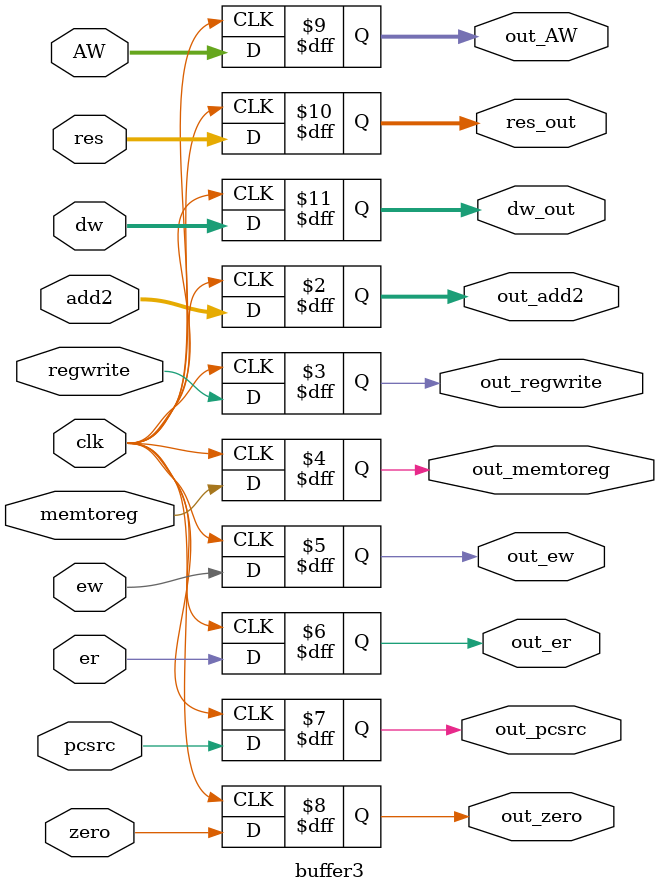
<source format=v>
module buffer3
(
	input clk, regwrite, memtoreg, er, ew, pcsrc, zero,
	input [31:0] res, dw,
	input [4:0] AW,
	input [31:0] add2,
	output reg [31:0] out_add2,
	output reg out_regwrite, out_memtoreg, out_ew, out_er, out_pcsrc, out_zero,
	output reg [4:0] out_AW,
	output reg [31:0] res_out, dw_out
);

always @(posedge clk)
begin
	res_out <= res;
	out_AW <= AW;
	out_regwrite <= regwrite;
	out_memtoreg <= memtoreg;
	out_er <= er;
	out_ew <= ew;
	dw_out <= dw;
	out_pcsrc <= pcsrc;
	out_zero <= zero;
	out_add2 <= add2;
end 

endmodule 
</source>
